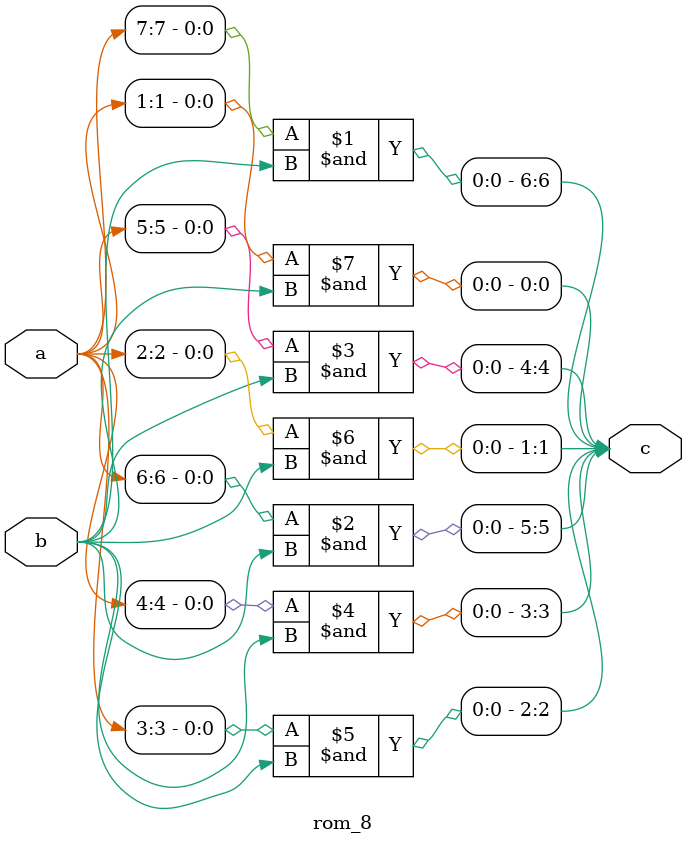
<source format=v>
module rom_8(                                           //만약 데이터와 찾는 데이터 같다는 신호가 입력 될시 출력
             a,                                       
             b,
             c
);
    
parameter               
                        D=8                          // D : Data width                  
;      

input wire [D-1:0] a
;
input wire b
;                  
output wire [D-2:0]c
;


assign c[6]= a[7] & b;
assign c[5]= a[6] & b;
assign c[4]= a[5] & b;
assign c[3]= a[4] & b;
assign c[2]= a[3] & b;
assign c[1]= a[2] & b;
assign c[0]= a[1] & b;
endmodule
</source>
